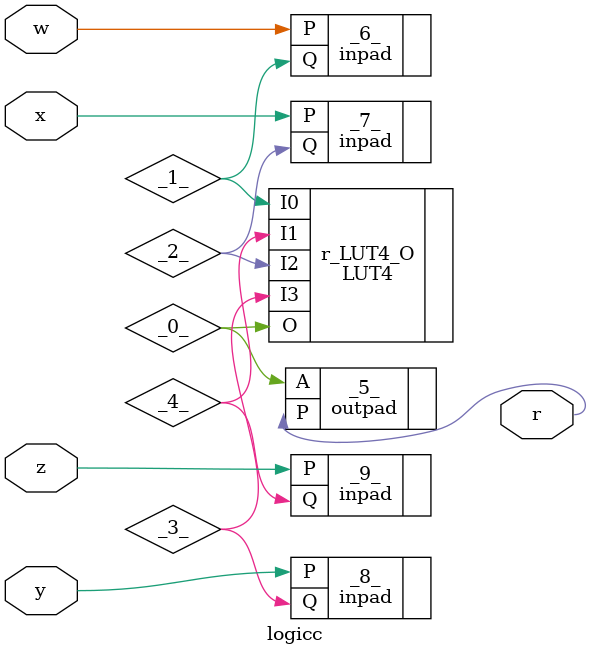
<source format=v>
/* Generated by Yosys 0.9+2406 (git sha1 ca763e6d5, gcc 10.2.1-6 -fPIC -Os) */

(* top =  1  *)
(* src = "/data/data/com.termux/files/home/fpga-examples/assign/logic.v:1.1-6.10" *)
module logicc(x, y, z, w, r);
  wire _0_;
  wire _1_;
  wire _2_;
  wire _3_;
  wire _4_;
  (* src = "/data/data/com.termux/files/home/fpga-examples/assign/logic.v:3.9-3.10" *)
  output r;
  (* src = "/data/data/com.termux/files/home/fpga-examples/assign/logic.v:2.14-2.15" *)
  input w;
  (* src = "/data/data/com.termux/files/home/fpga-examples/assign/logic.v:2.8-2.9" *)
  input x;
  (* src = "/data/data/com.termux/files/home/fpga-examples/assign/logic.v:2.10-2.11" *)
  input y;
  (* src = "/data/data/com.termux/files/home/fpga-examples/assign/logic.v:2.12-2.13" *)
  input z;
  (* keep = 32'd1 *)
  outpad #(
    .IO_LOC("X30Y32"),
    .IO_PAD("38"),
    .IO_TYPE("BIDIR")
  ) _5_ (
    .A(_0_),
    .P(r)
  );
  (* keep = 32'd1 *)
  inpad #(
    .IO_LOC({0{1'b0}}),
    .IO_PAD({0{1'b0}}),
    .IO_TYPE({0{1'b0}})
  ) _6_ (
    .P(w),
    .Q(_1_)
  );
  (* keep = 32'd1 *)
  inpad #(
    .IO_LOC({0{1'b0}}),
    .IO_PAD({0{1'b0}}),
    .IO_TYPE({0{1'b0}})
  ) _7_ (
    .P(x),
    .Q(_2_)
  );
  (* keep = 32'd1 *)
  inpad #(
    .IO_LOC({0{1'b0}}),
    .IO_PAD({0{1'b0}}),
    .IO_TYPE({0{1'b0}})
  ) _8_ (
    .P(y),
    .Q(_3_)
  );
  (* keep = 32'd1 *)
  inpad #(
    .IO_LOC({0{1'b0}}),
    .IO_PAD({0{1'b0}}),
    .IO_TYPE({0{1'b0}})
  ) _9_ (
    .P(z),
    .Q(_4_)
  );
  (* module_not_derived = 32'd1 *)
  (* src = "/bin/../share/yosys/quicklogic/pp3_lut_map.v:40.63-40.132" *)
  LUT4 #(
    .EQN("(~I0*~I1*~I2*~I3)+(~I0*I1*~I2*~I3)+(I0*I1*~I2*~I3)+(~I0*~I1*I2*~I3)+(~I0*I1*I2*~I3)+(~I0*~I1*~I2*I3)+(~I0*I1*~I2*I3)+(I0*I1*~I2*I3)+(~I0*~I1*I2*I3)+(~I0*I1*I2*I3)+(I0*I1*I2*I3)"),
    .INIT(16'hdd5d)
  ) r_LUT4_O (
    .I0(_1_),
    .I1(_4_),
    .I2(_2_),
    .I3(_3_),
    .O(_0_)
  );
endmodule

</source>
